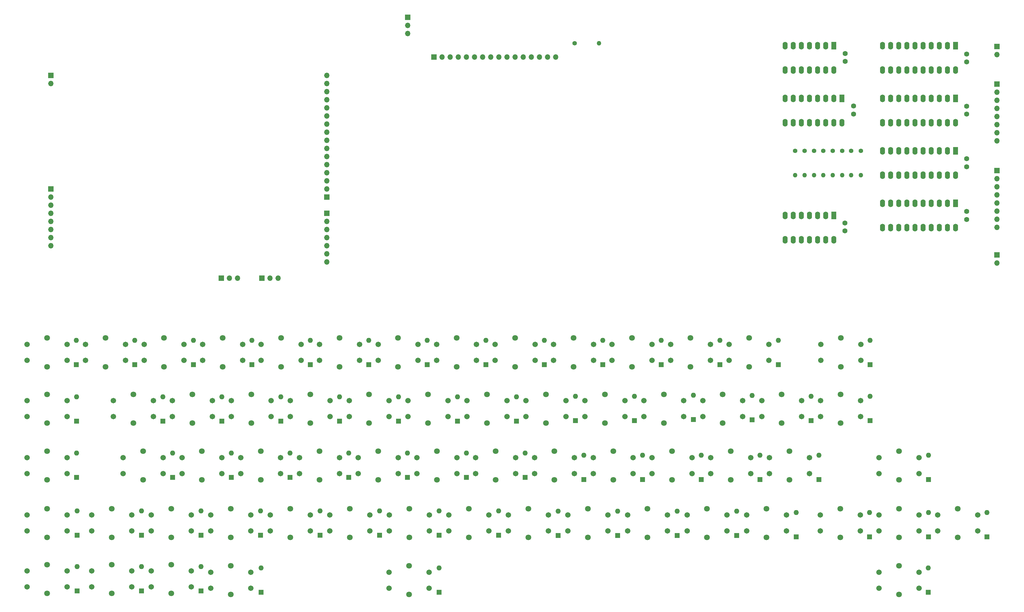
<source format=gbr>
%TF.GenerationSoftware,KiCad,Pcbnew,7.0.10*%
%TF.CreationDate,2025-03-29T10:40:23+00:00*%
%TF.ProjectId,BeanBoard,4265616e-426f-4617-9264-2e6b69636164,rev?*%
%TF.SameCoordinates,Original*%
%TF.FileFunction,Soldermask,Bot*%
%TF.FilePolarity,Negative*%
%FSLAX46Y46*%
G04 Gerber Fmt 4.6, Leading zero omitted, Abs format (unit mm)*
G04 Created by KiCad (PCBNEW 7.0.10) date 2025-03-29 10:40:23*
%MOMM*%
%LPD*%
G01*
G04 APERTURE LIST*
%ADD10R,1.700000X1.700000*%
%ADD11O,1.700000X1.700000*%
%ADD12C,1.400000*%
%ADD13O,1.400000X1.400000*%
%ADD14C,1.799996*%
%ADD15C,1.707896*%
%ADD16R,1.600000X2.400000*%
%ADD17O,1.600000X2.400000*%
%ADD18R,1.600000X1.600000*%
%ADD19O,1.600000X1.600000*%
%ADD20C,1.600000*%
G04 APERTURE END LIST*
D10*
%TO.C,J1*%
X140090000Y-99130000D03*
D11*
X140090000Y-96590000D03*
X140090000Y-94050000D03*
X140090000Y-91510000D03*
X140090000Y-88970000D03*
X140090000Y-86430000D03*
X140090000Y-83890000D03*
X140090000Y-81350000D03*
X140090000Y-78810000D03*
X140090000Y-76270000D03*
X140090000Y-73730000D03*
X140090000Y-71190000D03*
X140090000Y-68650000D03*
X140090000Y-66110000D03*
X140090000Y-63570000D03*
X140090000Y-61030000D03*
%TD*%
D12*
%TO.C,R8*%
X304170000Y-84640000D03*
D13*
X304170000Y-92260000D03*
%TD*%
D14*
%TO.C,SW15*%
X300930000Y-143260000D03*
X300930000Y-152260000D03*
D15*
X294680000Y-145260000D03*
X307180000Y-145260000D03*
X294680000Y-150260000D03*
X307180000Y-150260000D03*
%TD*%
D16*
%TO.C,U4*%
X336810000Y-68196666D03*
D17*
X334270000Y-68196666D03*
X331730000Y-68196666D03*
X329190000Y-68196666D03*
X326650000Y-68196666D03*
X324110000Y-68196666D03*
X321570000Y-68196666D03*
X319030000Y-68196666D03*
X316490000Y-68196666D03*
X313950000Y-68196666D03*
X313950000Y-75816666D03*
X316490000Y-75816666D03*
X319030000Y-75816666D03*
X321570000Y-75816666D03*
X324110000Y-75816666D03*
X326650000Y-75816666D03*
X329190000Y-75816666D03*
X331730000Y-75816666D03*
X334270000Y-75816666D03*
X336810000Y-75816666D03*
%TD*%
D14*
%TO.C,SW63*%
X110006578Y-196710000D03*
X110006578Y-205710000D03*
D15*
X103756578Y-198710000D03*
X116256578Y-198710000D03*
X103756578Y-203710000D03*
X116256578Y-203710000D03*
%TD*%
D18*
%TO.C,D16*%
X328350984Y-187575400D03*
D19*
X328350984Y-179955400D03*
%TD*%
D20*
%TO.C,C7*%
X340300000Y-103630000D03*
X340300000Y-106130000D03*
%TD*%
D14*
%TO.C,SW51*%
X229675640Y-178720000D03*
X229675640Y-187720000D03*
D15*
X223425640Y-180720000D03*
X235925640Y-180720000D03*
X223425640Y-185720000D03*
X235925640Y-185720000D03*
%TD*%
D18*
%TO.C,D61*%
X82063407Y-205048099D03*
D19*
X82063407Y-197428099D03*
%TD*%
D18*
%TO.C,D13*%
X263033502Y-151580000D03*
D19*
X263033502Y-143960000D03*
%TD*%
D18*
%TO.C,D43*%
X128547388Y-186905400D03*
D19*
X128547388Y-179285400D03*
%TD*%
D12*
%TO.C,R7*%
X286640000Y-84640000D03*
D13*
X286640000Y-92260000D03*
%TD*%
D16*
%TO.C,U3*%
X336810000Y-84653332D03*
D17*
X334270000Y-84653332D03*
X331730000Y-84653332D03*
X329190000Y-84653332D03*
X326650000Y-84653332D03*
X324110000Y-84653332D03*
X321570000Y-84653332D03*
X319030000Y-84653332D03*
X316490000Y-84653332D03*
X313950000Y-84653332D03*
X313950000Y-92273332D03*
X316490000Y-92273332D03*
X319030000Y-92273332D03*
X321570000Y-92273332D03*
X324110000Y-92273332D03*
X326650000Y-92273332D03*
X329190000Y-92273332D03*
X331730000Y-92273332D03*
X334270000Y-92273332D03*
X336810000Y-92273332D03*
%TD*%
D18*
%TO.C,D12*%
X244727025Y-151580000D03*
D19*
X244727025Y-143960000D03*
%TD*%
D10*
%TO.C,J11*%
X349790000Y-117280000D03*
D11*
X349790000Y-119820000D03*
%TD*%
D20*
%TO.C,C6*%
X340300000Y-87110000D03*
X340300000Y-89610000D03*
%TD*%
D18*
%TO.C,D35*%
X310070000Y-169102700D03*
D19*
X310070000Y-161482700D03*
%TD*%
D14*
%TO.C,SW17*%
X319110000Y-214620000D03*
X319110000Y-223620000D03*
D15*
X312860000Y-216620000D03*
X325360000Y-216620000D03*
X312860000Y-221620000D03*
X325360000Y-221620000D03*
%TD*%
D10*
%TO.C,J3*%
X140090000Y-104210000D03*
D11*
X140090000Y-106750000D03*
X140090000Y-109290000D03*
X140090000Y-111830000D03*
X140090000Y-114370000D03*
X140090000Y-116910000D03*
X140090000Y-119450000D03*
%TD*%
D20*
%TO.C,C4*%
X304860000Y-70600000D03*
X304860000Y-73100000D03*
%TD*%
D18*
%TO.C,D50*%
X220482163Y-187575400D03*
D19*
X220482163Y-179955400D03*
%TD*%
D14*
%TO.C,SW35*%
X300847588Y-160890000D03*
X300847588Y-169890000D03*
D15*
X294597588Y-162890000D03*
X307097588Y-162890000D03*
X294597588Y-167890000D03*
X307097588Y-167890000D03*
%TD*%
D18*
%TO.C,D02*%
X98275209Y-151580000D03*
D19*
X98275209Y-143960000D03*
%TD*%
D18*
%TO.C,D45*%
X165321298Y-186905400D03*
D19*
X165321298Y-179285400D03*
%TD*%
D18*
%TO.C,D04*%
X134888163Y-151580000D03*
D19*
X134888163Y-143960000D03*
%TD*%
D10*
%TO.C,RV1*%
X165345000Y-42785000D03*
D11*
X165345000Y-45325000D03*
X165345000Y-47865000D03*
%TD*%
D14*
%TO.C,SW20*%
X52509016Y-160890000D03*
X52509016Y-169890000D03*
D15*
X46259016Y-162890000D03*
X58759016Y-162890000D03*
X46259016Y-167890000D03*
X58759016Y-167890000D03*
%TD*%
D14*
%TO.C,SW73*%
X259036826Y-196710000D03*
X259036826Y-205710000D03*
D15*
X252786826Y-198710000D03*
X265286826Y-198710000D03*
X252786826Y-203710000D03*
X265286826Y-203710000D03*
%TD*%
D14*
%TO.C,SW32*%
X245513191Y-160890000D03*
X245513191Y-169890000D03*
D15*
X239263191Y-162890000D03*
X251763191Y-162890000D03*
X239263191Y-167890000D03*
X251763191Y-167890000D03*
%TD*%
D14*
%TO.C,SW31*%
X227068392Y-160890000D03*
X227068392Y-169890000D03*
D15*
X220818392Y-162890000D03*
X233318392Y-162890000D03*
X220818392Y-167890000D03*
X233318392Y-167890000D03*
%TD*%
D10*
%TO.C,J5*%
X119770000Y-124530000D03*
D11*
X122310000Y-124530000D03*
X124850000Y-124530000D03*
%TD*%
D14*
%TO.C,SW34*%
X282402789Y-160890000D03*
X282402789Y-169890000D03*
D15*
X276152789Y-162890000D03*
X288652789Y-162890000D03*
X276152789Y-167890000D03*
X288652789Y-167890000D03*
%TD*%
D14*
%TO.C,SW46*%
X174514775Y-178720000D03*
X174514775Y-187720000D03*
D15*
X168264775Y-180720000D03*
X180764775Y-180720000D03*
X168264775Y-185720000D03*
X180764775Y-185720000D03*
%TD*%
D14*
%TO.C,SW70*%
X203150483Y-196710000D03*
X203150483Y-205710000D03*
D15*
X196900483Y-198710000D03*
X209400483Y-198710000D03*
X196900483Y-203710000D03*
X209400483Y-203710000D03*
%TD*%
D14*
%TO.C,SW41*%
X82580000Y-178720000D03*
X82580000Y-187720000D03*
D15*
X76330000Y-180720000D03*
X88830000Y-180720000D03*
X76330000Y-185720000D03*
X88830000Y-185720000D03*
%TD*%
D14*
%TO.C,SW30*%
X208623593Y-160890000D03*
X208623593Y-169890000D03*
D15*
X202373593Y-162890000D03*
X214873593Y-162890000D03*
X202373593Y-167890000D03*
X214873593Y-167890000D03*
%TD*%
D12*
%TO.C,R5*%
X295442855Y-84640000D03*
D13*
X295442855Y-92260000D03*
%TD*%
D18*
%TO.C,D70*%
X212464874Y-205088099D03*
D19*
X212464874Y-197468099D03*
%TD*%
D18*
%TO.C,D75*%
X119469016Y-222920000D03*
D19*
X119469016Y-215300000D03*
%TD*%
D18*
%TO.C,D36*%
X309900000Y-205558099D03*
D19*
X309900000Y-197938099D03*
%TD*%
D12*
%TO.C,R9*%
X217640000Y-50930000D03*
D13*
X225260000Y-50930000D03*
%TD*%
D18*
%TO.C,D31*%
X236290792Y-169102700D03*
D19*
X236290792Y-161482700D03*
%TD*%
D18*
%TO.C,D54*%
X294030000Y-187575400D03*
D19*
X294030000Y-179955400D03*
%TD*%
D16*
%TO.C,U7*%
X298740000Y-51740000D03*
D17*
X296200000Y-51740000D03*
X293660000Y-51740000D03*
X291120000Y-51740000D03*
X288580000Y-51740000D03*
X286040000Y-51740000D03*
X283500000Y-51740000D03*
X283500000Y-59360000D03*
X286040000Y-59360000D03*
X288580000Y-59360000D03*
X291120000Y-59360000D03*
X293660000Y-59360000D03*
X296200000Y-59360000D03*
X298740000Y-59360000D03*
%TD*%
D14*
%TO.C,SW66*%
X165892921Y-196710000D03*
X165892921Y-205710000D03*
D15*
X159642921Y-198710000D03*
X172142921Y-198710000D03*
X159642921Y-203710000D03*
X172142921Y-203710000D03*
%TD*%
D14*
%TO.C,SW76*%
X165790000Y-214620000D03*
X165790000Y-223620000D03*
D15*
X159540000Y-216620000D03*
X172040000Y-216620000D03*
X159540000Y-221620000D03*
X172040000Y-221620000D03*
%TD*%
D14*
%TO.C,SW13*%
X253880263Y-143260000D03*
X253880263Y-152260000D03*
D15*
X247630263Y-145260000D03*
X260130263Y-145260000D03*
X247630263Y-150260000D03*
X260130263Y-150260000D03*
%TD*%
D18*
%TO.C,D01*%
X79968732Y-151580000D03*
D19*
X79968732Y-143960000D03*
%TD*%
D14*
%TO.C,SW52*%
X248062595Y-178720000D03*
X248062595Y-187720000D03*
D15*
X241812595Y-180720000D03*
X254312595Y-180720000D03*
X241812595Y-185720000D03*
X254312595Y-185720000D03*
%TD*%
D18*
%TO.C,D56*%
X82063407Y-222470000D03*
D19*
X82063407Y-214850000D03*
%TD*%
D14*
%TO.C,SW23*%
X116399598Y-160890000D03*
X116399598Y-169890000D03*
D15*
X110149598Y-162890000D03*
X122649598Y-162890000D03*
X110149598Y-167890000D03*
X122649598Y-167890000D03*
%TD*%
D14*
%TO.C,SW00*%
X52509016Y-143260000D03*
X52509016Y-152260000D03*
D15*
X46259016Y-145260000D03*
X58759016Y-145260000D03*
X46259016Y-150260000D03*
X58759016Y-150260000D03*
%TD*%
D18*
%TO.C,D74*%
X286980000Y-205558099D03*
D19*
X286980000Y-197938099D03*
%TD*%
D10*
%TO.C,J7*%
X173610000Y-55250000D03*
D11*
X176150000Y-55250000D03*
X178690000Y-55250000D03*
X181230000Y-55250000D03*
X183770000Y-55250000D03*
X186310000Y-55250000D03*
X188850000Y-55250000D03*
X191390000Y-55250000D03*
X193930000Y-55250000D03*
X196470000Y-55250000D03*
X199010000Y-55250000D03*
X201550000Y-55250000D03*
X204090000Y-55250000D03*
X206630000Y-55250000D03*
X209170000Y-55250000D03*
X211710000Y-55250000D03*
%TD*%
D18*
%TO.C,D15*%
X310070000Y-151580000D03*
D19*
X310070000Y-143960000D03*
%TD*%
D18*
%TO.C,D47*%
X202095208Y-186905400D03*
D19*
X202095208Y-179285400D03*
%TD*%
D14*
%TO.C,SW45*%
X156127820Y-178720000D03*
X156127820Y-187720000D03*
D15*
X149877820Y-180720000D03*
X162377820Y-180720000D03*
X149877820Y-185720000D03*
X162377820Y-185720000D03*
%TD*%
D14*
%TO.C,SW71*%
X221779264Y-196710000D03*
X221779264Y-205710000D03*
D15*
X215529264Y-198710000D03*
X228029264Y-198710000D03*
X215529264Y-203710000D03*
X228029264Y-203710000D03*
%TD*%
D14*
%TO.C,SW47*%
X192901730Y-178720000D03*
X192901730Y-187720000D03*
D15*
X186651730Y-180720000D03*
X199151730Y-180720000D03*
X186651730Y-185720000D03*
X199151730Y-185720000D03*
%TD*%
D18*
%TO.C,D77*%
X328310000Y-205558099D03*
D19*
X328310000Y-197938099D03*
%TD*%
D14*
%TO.C,SW12*%
X235573786Y-143260000D03*
X235573786Y-152260000D03*
D15*
X229323786Y-145260000D03*
X241823786Y-145260000D03*
X229323786Y-150260000D03*
X241823786Y-150260000D03*
%TD*%
D14*
%TO.C,SW57*%
X91377797Y-214250000D03*
X91377797Y-223250000D03*
D15*
X85127797Y-216250000D03*
X97627797Y-216250000D03*
X85127797Y-221250000D03*
X97627797Y-221250000D03*
%TD*%
D18*
%TO.C,D05*%
X153194640Y-151580000D03*
D19*
X153194640Y-143960000D03*
%TD*%
D18*
%TO.C,D55*%
X61880000Y-222470000D03*
D19*
X61880000Y-214850000D03*
%TD*%
D14*
%TO.C,SW37*%
X337480000Y-196710000D03*
X337480000Y-205710000D03*
D15*
X331230000Y-198710000D03*
X343730000Y-198710000D03*
X331230000Y-203710000D03*
X343730000Y-203710000D03*
%TD*%
D18*
%TO.C,D11*%
X226420548Y-151580000D03*
D19*
X226420548Y-143960000D03*
%TD*%
D14*
%TO.C,SW77*%
X319110000Y-196710000D03*
X319110000Y-205710000D03*
D15*
X312860000Y-198710000D03*
X325360000Y-198710000D03*
X312860000Y-203710000D03*
X325360000Y-203710000D03*
%TD*%
D18*
%TO.C,D40*%
X61709016Y-186905400D03*
D19*
X61709016Y-179285400D03*
%TD*%
D18*
%TO.C,D34*%
X291625189Y-169102700D03*
D19*
X291625189Y-161482700D03*
%TD*%
D10*
%TO.C,J4*%
X53730000Y-61030000D03*
D11*
X53730000Y-63570000D03*
%TD*%
D14*
%TO.C,SW02*%
X89121970Y-143260000D03*
X89121970Y-152260000D03*
D15*
X82871970Y-145260000D03*
X95371970Y-145260000D03*
X82871970Y-150260000D03*
X95371970Y-150260000D03*
%TD*%
D18*
%TO.C,D27*%
X199401194Y-169322700D03*
D19*
X199401194Y-161702700D03*
%TD*%
D14*
%TO.C,SW65*%
X147264140Y-196710000D03*
X147264140Y-205710000D03*
D15*
X141014140Y-198710000D03*
X153514140Y-198710000D03*
X141014140Y-203710000D03*
X153514140Y-203710000D03*
%TD*%
D14*
%TO.C,SW62*%
X91377797Y-196710000D03*
X91377797Y-205710000D03*
D15*
X85127797Y-198710000D03*
X97627797Y-198710000D03*
X85127797Y-203710000D03*
X97627797Y-203710000D03*
%TD*%
D10*
%TO.C,J8*%
X349790000Y-90850000D03*
D11*
X349790000Y-93390000D03*
X349790000Y-95930000D03*
X349790000Y-98470000D03*
X349790000Y-101010000D03*
X349790000Y-103550000D03*
X349790000Y-106090000D03*
X349790000Y-108630000D03*
%TD*%
D14*
%TO.C,SW74*%
X277665607Y-196710000D03*
X277665607Y-205710000D03*
D15*
X271415607Y-198710000D03*
X283915607Y-198710000D03*
X271415607Y-203710000D03*
X283915607Y-203710000D03*
%TD*%
D14*
%TO.C,SW22*%
X97954799Y-160890000D03*
X97954799Y-169890000D03*
D15*
X91704799Y-162890000D03*
X104204799Y-162890000D03*
X91704799Y-167890000D03*
X104204799Y-167890000D03*
%TD*%
D12*
%TO.C,R6*%
X301311425Y-84640000D03*
D13*
X301311425Y-92260000D03*
%TD*%
D14*
%TO.C,SW55*%
X52509016Y-214250000D03*
X52509016Y-223250000D03*
D15*
X46259016Y-216250000D03*
X58759016Y-216250000D03*
X46259016Y-221250000D03*
X58759016Y-221250000D03*
%TD*%
D18*
%TO.C,D67*%
X193836093Y-205048099D03*
D19*
X193836093Y-197428099D03*
%TD*%
D18*
%TO.C,D32*%
X254735591Y-168762700D03*
D19*
X254735591Y-161142700D03*
%TD*%
D18*
%TO.C,D23*%
X125621998Y-169322700D03*
D19*
X125621998Y-161702700D03*
%TD*%
D12*
%TO.C,R1*%
X307180000Y-84640000D03*
D13*
X307180000Y-92260000D03*
%TD*%
D14*
%TO.C,SW03*%
X107428447Y-143260000D03*
X107428447Y-152260000D03*
D15*
X101178447Y-145260000D03*
X113678447Y-145260000D03*
X101178447Y-150260000D03*
X113678447Y-150260000D03*
%TD*%
D18*
%TO.C,D66*%
X175207312Y-205048099D03*
D19*
X175207312Y-197428099D03*
%TD*%
D18*
%TO.C,D26*%
X180956395Y-169322700D03*
D19*
X180956395Y-161702700D03*
%TD*%
D18*
%TO.C,D17*%
X328250000Y-222920000D03*
D19*
X328250000Y-215300000D03*
%TD*%
D18*
%TO.C,D33*%
X273180390Y-168872700D03*
D19*
X273180390Y-161252700D03*
%TD*%
D14*
%TO.C,SW43*%
X119353910Y-178720000D03*
X119353910Y-187720000D03*
D15*
X113103910Y-180720000D03*
X125603910Y-180720000D03*
X113103910Y-185720000D03*
X125603910Y-185720000D03*
%TD*%
D18*
%TO.C,D41*%
X91773478Y-186905400D03*
D19*
X91773478Y-179285400D03*
%TD*%
D18*
%TO.C,D37*%
X346660000Y-205558099D03*
D19*
X346660000Y-197938099D03*
%TD*%
D14*
%TO.C,SW75*%
X110006578Y-214620000D03*
X110006578Y-223620000D03*
D15*
X103756578Y-216620000D03*
X116256578Y-216620000D03*
X103756578Y-221620000D03*
X116256578Y-221620000D03*
%TD*%
D10*
%TO.C,J10*%
X349790000Y-51930000D03*
D11*
X349790000Y-54470000D03*
%TD*%
D14*
%TO.C,SW01*%
X70815493Y-143260000D03*
X70815493Y-152260000D03*
D15*
X64565493Y-145260000D03*
X77065493Y-145260000D03*
X64565493Y-150260000D03*
X77065493Y-150260000D03*
%TD*%
D18*
%TO.C,D25*%
X162511596Y-169322700D03*
D19*
X162511596Y-161702700D03*
%TD*%
D18*
%TO.C,D06*%
X171501117Y-151580000D03*
D19*
X171501117Y-143960000D03*
%TD*%
D18*
%TO.C,D73*%
X268351217Y-205088099D03*
D19*
X268351217Y-197468099D03*
%TD*%
D14*
%TO.C,SW11*%
X217267309Y-143260000D03*
X217267309Y-152260000D03*
D15*
X211017309Y-145260000D03*
X223517309Y-145260000D03*
X211017309Y-150260000D03*
X223517309Y-150260000D03*
%TD*%
D20*
%TO.C,C2*%
X340300000Y-70660000D03*
X340300000Y-73160000D03*
%TD*%
D10*
%TO.C,J9*%
X349790000Y-63740000D03*
D11*
X349790000Y-66280000D03*
X349790000Y-68820000D03*
X349790000Y-71360000D03*
X349790000Y-73900000D03*
X349790000Y-76440000D03*
X349790000Y-78980000D03*
X349790000Y-81520000D03*
%TD*%
D20*
%TO.C,C5*%
X302150000Y-107220000D03*
X302150000Y-109720000D03*
%TD*%
D16*
%TO.C,U6*%
X298740000Y-104840000D03*
D17*
X296200000Y-104840000D03*
X293660000Y-104840000D03*
X291120000Y-104840000D03*
X288580000Y-104840000D03*
X286040000Y-104840000D03*
X283500000Y-104840000D03*
X283500000Y-112460000D03*
X286040000Y-112460000D03*
X288580000Y-112460000D03*
X291120000Y-112460000D03*
X293660000Y-112460000D03*
X296200000Y-112460000D03*
X298740000Y-112460000D03*
%TD*%
D20*
%TO.C,C1*%
X340300000Y-54310000D03*
X340300000Y-56810000D03*
%TD*%
D14*
%TO.C,SW27*%
X190178794Y-160890000D03*
X190178794Y-169890000D03*
D15*
X183928794Y-162890000D03*
X196428794Y-162890000D03*
X183928794Y-167890000D03*
X196428794Y-167890000D03*
%TD*%
D14*
%TO.C,SW24*%
X134844397Y-160890000D03*
X134844397Y-169890000D03*
D15*
X128594397Y-162890000D03*
X141094397Y-162890000D03*
X128594397Y-167890000D03*
X141094397Y-167890000D03*
%TD*%
D18*
%TO.C,D52*%
X257256073Y-187575400D03*
D19*
X257256073Y-179955400D03*
%TD*%
D14*
%TO.C,SW16*%
X319110000Y-178720000D03*
X319110000Y-187720000D03*
D15*
X312860000Y-180720000D03*
X325360000Y-180720000D03*
X312860000Y-185720000D03*
X325360000Y-185720000D03*
%TD*%
D14*
%TO.C,SW61*%
X72749016Y-196710000D03*
X72749016Y-205710000D03*
D15*
X66499016Y-198710000D03*
X78999016Y-198710000D03*
X66499016Y-203710000D03*
X78999016Y-203710000D03*
%TD*%
D14*
%TO.C,SW67*%
X184521702Y-196710000D03*
X184521702Y-205710000D03*
D15*
X178271702Y-198710000D03*
X190771702Y-198710000D03*
X178271702Y-203710000D03*
X190771702Y-203710000D03*
%TD*%
D18*
%TO.C,D30*%
X217845993Y-169102700D03*
D19*
X217845993Y-161482700D03*
%TD*%
D18*
%TO.C,D46*%
X183708253Y-186905400D03*
D19*
X183708253Y-179285400D03*
%TD*%
D18*
%TO.C,D24*%
X144066797Y-169322700D03*
D19*
X144066797Y-161702700D03*
%TD*%
D10*
%TO.C,J6*%
X107070000Y-124530000D03*
D11*
X109610000Y-124530000D03*
X112150000Y-124530000D03*
%TD*%
D18*
%TO.C,D00*%
X61662255Y-151580000D03*
D19*
X61662255Y-143960000D03*
%TD*%
D18*
%TO.C,D72*%
X249722436Y-205088099D03*
D19*
X249722436Y-197468099D03*
%TD*%
D14*
%TO.C,SW21*%
X79510000Y-160890000D03*
X79510000Y-169890000D03*
D15*
X73260000Y-162890000D03*
X85760000Y-162890000D03*
X73260000Y-167890000D03*
X85760000Y-167890000D03*
%TD*%
D14*
%TO.C,SW54*%
X284836505Y-178720000D03*
X284836505Y-187720000D03*
D15*
X278586505Y-180720000D03*
X291086505Y-180720000D03*
X278586505Y-185720000D03*
X291086505Y-185720000D03*
%TD*%
D18*
%TO.C,D03*%
X116581686Y-151580000D03*
D19*
X116581686Y-143960000D03*
%TD*%
D14*
%TO.C,SW44*%
X137740865Y-178720000D03*
X137740865Y-187720000D03*
D15*
X131490865Y-180720000D03*
X143990865Y-180720000D03*
X131490865Y-185720000D03*
X143990865Y-185720000D03*
%TD*%
D14*
%TO.C,SW50*%
X211288685Y-178720000D03*
X211288685Y-187720000D03*
D15*
X205038685Y-180720000D03*
X217538685Y-180720000D03*
X205038685Y-185720000D03*
X217538685Y-185720000D03*
%TD*%
D14*
%TO.C,SW36*%
X300737682Y-196710000D03*
X300737682Y-205710000D03*
D15*
X294487682Y-198710000D03*
X306987682Y-198710000D03*
X294487682Y-203710000D03*
X306987682Y-203710000D03*
%TD*%
D18*
%TO.C,D22*%
X107177199Y-169322700D03*
D19*
X107177199Y-161702700D03*
%TD*%
D18*
%TO.C,D65*%
X156578531Y-205048099D03*
D19*
X156578531Y-197428099D03*
%TD*%
D14*
%TO.C,SW25*%
X153289196Y-160890000D03*
X153289196Y-169890000D03*
D15*
X147039196Y-162890000D03*
X159539196Y-162890000D03*
X147039196Y-167890000D03*
X159539196Y-167890000D03*
%TD*%
D18*
%TO.C,D14*%
X281340000Y-151580000D03*
D19*
X281340000Y-143960000D03*
%TD*%
D20*
%TO.C,C3*%
X302310000Y-54150000D03*
X302310000Y-56650000D03*
%TD*%
D16*
%TO.C,U1*%
X301290000Y-68196666D03*
D17*
X298750000Y-68196666D03*
X296210000Y-68196666D03*
X293670000Y-68196666D03*
X291130000Y-68196666D03*
X288590000Y-68196666D03*
X286050000Y-68196666D03*
X283510000Y-68196666D03*
X283510000Y-75816666D03*
X286050000Y-75816666D03*
X288590000Y-75816666D03*
X291130000Y-75816666D03*
X293670000Y-75816666D03*
X296210000Y-75816666D03*
X298750000Y-75816666D03*
X301290000Y-75816666D03*
%TD*%
D18*
%TO.C,D63*%
X119320969Y-205048099D03*
D19*
X119320969Y-197428099D03*
%TD*%
D14*
%TO.C,SW06*%
X162347878Y-143260000D03*
X162347878Y-152260000D03*
D15*
X156097878Y-145260000D03*
X168597878Y-145260000D03*
X156097878Y-150260000D03*
X168597878Y-150260000D03*
%TD*%
D14*
%TO.C,SW07*%
X180654355Y-143260000D03*
X180654355Y-152260000D03*
D15*
X174404355Y-145260000D03*
X186904355Y-145260000D03*
X174404355Y-150260000D03*
X186904355Y-150260000D03*
%TD*%
D18*
%TO.C,D60*%
X61900000Y-205048099D03*
D19*
X61900000Y-197428099D03*
%TD*%
D14*
%TO.C,SW56*%
X72749016Y-214250000D03*
X72749016Y-223250000D03*
D15*
X66499016Y-216250000D03*
X78999016Y-216250000D03*
X66499016Y-221250000D03*
X78999016Y-221250000D03*
%TD*%
D18*
%TO.C,D20*%
X61709016Y-169322700D03*
D19*
X61709016Y-161702700D03*
%TD*%
D12*
%TO.C,R3*%
X292508570Y-84640000D03*
D13*
X292508570Y-92260000D03*
%TD*%
D18*
%TO.C,D44*%
X146934343Y-186905400D03*
D19*
X146934343Y-179285400D03*
%TD*%
D18*
%TO.C,D71*%
X231093655Y-205088099D03*
D19*
X231093655Y-197468099D03*
%TD*%
D14*
%TO.C,SW60*%
X52509016Y-196710000D03*
X52509016Y-205710000D03*
D15*
X46259016Y-198710000D03*
X58759016Y-198710000D03*
X46259016Y-203710000D03*
X58759016Y-203710000D03*
%TD*%
D14*
%TO.C,SW53*%
X266449550Y-178720000D03*
X266449550Y-187720000D03*
D15*
X260199550Y-180720000D03*
X272699550Y-180720000D03*
X260199550Y-185720000D03*
X272699550Y-185720000D03*
%TD*%
D10*
%TO.C,J2*%
X53730000Y-96590000D03*
D11*
X53730000Y-99130000D03*
X53730000Y-101670000D03*
X53730000Y-104210000D03*
X53730000Y-106750000D03*
X53730000Y-109290000D03*
X53730000Y-111830000D03*
X53730000Y-114370000D03*
%TD*%
D14*
%TO.C,SW33*%
X263957990Y-160890000D03*
X263957990Y-169890000D03*
D15*
X257707990Y-162890000D03*
X270207990Y-162890000D03*
X257707990Y-167890000D03*
X270207990Y-167890000D03*
%TD*%
D18*
%TO.C,D57*%
X100692188Y-222470000D03*
D19*
X100692188Y-214850000D03*
%TD*%
D14*
%TO.C,SW26*%
X171733995Y-160890000D03*
X171733995Y-169890000D03*
D15*
X165483995Y-162890000D03*
X177983995Y-162890000D03*
X165483995Y-167890000D03*
X177983995Y-167890000D03*
%TD*%
D14*
%TO.C,SW40*%
X52509016Y-178720000D03*
X52509016Y-187720000D03*
D15*
X46259016Y-180720000D03*
X58759016Y-180720000D03*
X46259016Y-185720000D03*
X58759016Y-185720000D03*
%TD*%
D14*
%TO.C,SW04*%
X125734924Y-143260000D03*
X125734924Y-152260000D03*
D15*
X119484924Y-145260000D03*
X131984924Y-145260000D03*
X119484924Y-150260000D03*
X131984924Y-150260000D03*
%TD*%
D12*
%TO.C,R2*%
X289574285Y-84640000D03*
D13*
X289574285Y-92260000D03*
%TD*%
D12*
%TO.C,R4*%
X298377140Y-84640000D03*
D13*
X298377140Y-92260000D03*
%TD*%
D18*
%TO.C,D10*%
X208114071Y-151580000D03*
D19*
X208114071Y-143960000D03*
%TD*%
D14*
%TO.C,SW14*%
X272186740Y-143260000D03*
X272186740Y-152260000D03*
D15*
X265936740Y-145260000D03*
X278436740Y-145260000D03*
X265936740Y-150260000D03*
X278436740Y-150260000D03*
%TD*%
D18*
%TO.C,D07*%
X189807594Y-151580000D03*
D19*
X189807594Y-143960000D03*
%TD*%
D18*
%TO.C,D51*%
X238869118Y-187575400D03*
D19*
X238869118Y-179955400D03*
%TD*%
D18*
%TO.C,D53*%
X275643028Y-187575400D03*
D19*
X275643028Y-179955400D03*
%TD*%
D14*
%TO.C,SW05*%
X144041401Y-143260000D03*
X144041401Y-152260000D03*
D15*
X137791401Y-145260000D03*
X150291401Y-145260000D03*
X137791401Y-150260000D03*
X150291401Y-150260000D03*
%TD*%
D18*
%TO.C,D42*%
X110160433Y-186905400D03*
D19*
X110160433Y-179285400D03*
%TD*%
D18*
%TO.C,D64*%
X137949750Y-205048099D03*
D19*
X137949750Y-197428099D03*
%TD*%
D18*
%TO.C,D76*%
X175150000Y-222920000D03*
D19*
X175150000Y-215300000D03*
%TD*%
D14*
%TO.C,SW42*%
X100966955Y-178720000D03*
X100966955Y-187720000D03*
D15*
X94716955Y-180720000D03*
X107216955Y-180720000D03*
X94716955Y-185720000D03*
X107216955Y-185720000D03*
%TD*%
D16*
%TO.C,U5*%
X336810000Y-51740000D03*
D17*
X334270000Y-51740000D03*
X331730000Y-51740000D03*
X329190000Y-51740000D03*
X326650000Y-51740000D03*
X324110000Y-51740000D03*
X321570000Y-51740000D03*
X319030000Y-51740000D03*
X316490000Y-51740000D03*
X313950000Y-51740000D03*
X313950000Y-59360000D03*
X316490000Y-59360000D03*
X319030000Y-59360000D03*
X321570000Y-59360000D03*
X324110000Y-59360000D03*
X326650000Y-59360000D03*
X329190000Y-59360000D03*
X331730000Y-59360000D03*
X334270000Y-59360000D03*
X336810000Y-59360000D03*
%TD*%
D18*
%TO.C,D62*%
X100692188Y-205048099D03*
D19*
X100692188Y-197428099D03*
%TD*%
D14*
%TO.C,SW10*%
X198960832Y-143260000D03*
X198960832Y-152260000D03*
D15*
X192710832Y-145260000D03*
X205210832Y-145260000D03*
X192710832Y-150260000D03*
X205210832Y-150260000D03*
%TD*%
D16*
%TO.C,U2*%
X336810000Y-101110000D03*
D17*
X334270000Y-101110000D03*
X331730000Y-101110000D03*
X329190000Y-101110000D03*
X326650000Y-101110000D03*
X324110000Y-101110000D03*
X321570000Y-101110000D03*
X319030000Y-101110000D03*
X316490000Y-101110000D03*
X313950000Y-101110000D03*
X313950000Y-108730000D03*
X316490000Y-108730000D03*
X319030000Y-108730000D03*
X321570000Y-108730000D03*
X324110000Y-108730000D03*
X326650000Y-108730000D03*
X329190000Y-108730000D03*
X331730000Y-108730000D03*
X334270000Y-108730000D03*
X336810000Y-108730000D03*
%TD*%
D14*
%TO.C,SW72*%
X240408045Y-196710000D03*
X240408045Y-205710000D03*
D15*
X234158045Y-198710000D03*
X246658045Y-198710000D03*
X234158045Y-203710000D03*
X246658045Y-203710000D03*
%TD*%
D18*
%TO.C,D21*%
X88732400Y-169322700D03*
D19*
X88732400Y-161702700D03*
%TD*%
D14*
%TO.C,SW64*%
X128635359Y-196710000D03*
X128635359Y-205710000D03*
D15*
X122385359Y-198710000D03*
X134885359Y-198710000D03*
X122385359Y-203710000D03*
X134885359Y-203710000D03*
%TD*%
M02*

</source>
